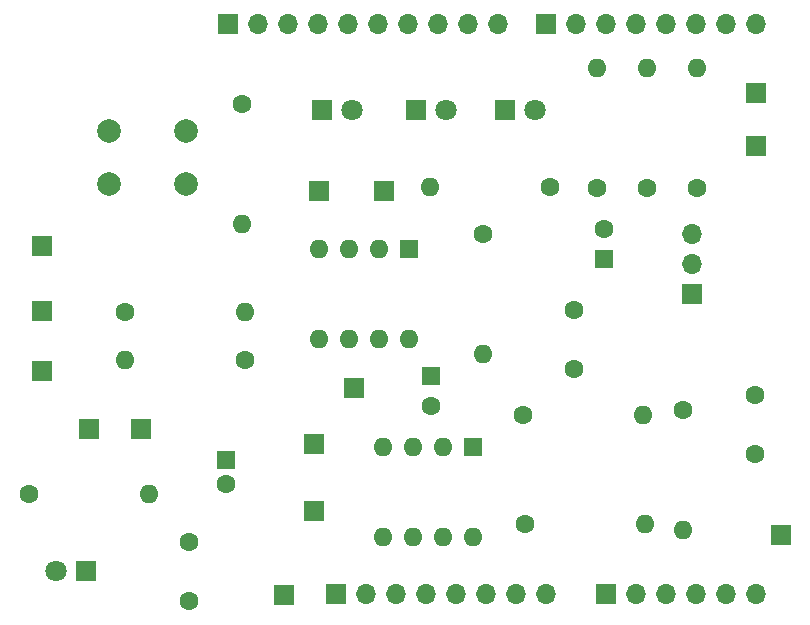
<source format=gbr>
%TF.GenerationSoftware,KiCad,Pcbnew,8.0.1*%
%TF.CreationDate,2024-05-26T13:05:02+02:00*%
%TF.ProjectId,24Ghz_RADAR,32344768-7a5f-4524-9144-41522e6b6963,2.0*%
%TF.SameCoordinates,Original*%
%TF.FileFunction,Soldermask,Top*%
%TF.FilePolarity,Negative*%
%FSLAX46Y46*%
G04 Gerber Fmt 4.6, Leading zero omitted, Abs format (unit mm)*
G04 Created by KiCad (PCBNEW 8.0.1) date 2024-05-26 13:05:02*
%MOMM*%
%LPD*%
G01*
G04 APERTURE LIST*
%ADD10R,1.700000X1.700000*%
%ADD11C,1.600000*%
%ADD12O,1.600000X1.600000*%
%ADD13C,2.000000*%
%ADD14R,1.800000X1.800000*%
%ADD15C,1.800000*%
%ADD16R,1.600000X1.600000*%
%ADD17O,1.700000X1.700000*%
G04 APERTURE END LIST*
D10*
%TO.C,J10*%
X165600000Y-92400000D03*
%TD*%
%TO.C,J8*%
X126100000Y-84750000D03*
%TD*%
D11*
%TO.C,R6*%
X110100000Y-73600000D03*
D12*
X120260000Y-73600000D03*
%TD*%
D13*
%TO.C,SW1*%
X108750000Y-58250000D03*
X115250000Y-58250000D03*
X108750000Y-62750000D03*
X115250000Y-62750000D03*
%TD*%
D11*
%TO.C,R5*%
X143950000Y-91550000D03*
D12*
X154110000Y-91550000D03*
%TD*%
D14*
%TO.C,LED2*%
X134725000Y-56500000D03*
D15*
X137265000Y-56500000D03*
%TD*%
D16*
%TO.C,U2*%
X139500000Y-85000000D03*
D12*
X136960000Y-85000000D03*
X134420000Y-85000000D03*
X131880000Y-85000000D03*
X131880000Y-92620000D03*
X134420000Y-92620000D03*
X136960000Y-92620000D03*
X139500000Y-92620000D03*
%TD*%
D10*
%TO.C,J11*%
X111400000Y-83500000D03*
%TD*%
D16*
%TO.C,C4*%
X136000000Y-79000000D03*
D11*
X136000000Y-81500000D03*
%TD*%
%TO.C,R4*%
X157350000Y-81850000D03*
D12*
X157350000Y-92010000D03*
%TD*%
D11*
%TO.C,R8*%
X158500000Y-63080000D03*
D12*
X158500000Y-52920000D03*
%TD*%
D10*
%TO.C,J17*%
X158100000Y-72000000D03*
D17*
X158100000Y-69460000D03*
X158100000Y-66920000D03*
%TD*%
D10*
%TO.C,J19*%
X126500000Y-63300000D03*
%TD*%
D16*
%TO.C,C6*%
X118600000Y-86094888D03*
D11*
X118600000Y-88094888D03*
%TD*%
D10*
%TO.C,J6*%
X132000000Y-63320000D03*
%TD*%
D11*
%TO.C,R10*%
X150000000Y-63080000D03*
D12*
X150000000Y-52920000D03*
%TD*%
D10*
%TO.C,J13*%
X103000000Y-73500000D03*
%TD*%
%TO.C,J18*%
X163500000Y-55000000D03*
%TD*%
D14*
%TO.C,LED3*%
X126725000Y-56500000D03*
D15*
X129265000Y-56500000D03*
%TD*%
D11*
%TO.C,C3*%
X115500000Y-98000000D03*
X115500000Y-93000000D03*
%TD*%
D10*
%TO.C,J15*%
X103000000Y-78550000D03*
%TD*%
%TO.C,J20*%
X107000000Y-83500000D03*
%TD*%
D11*
%TO.C,R7*%
X120250000Y-77650000D03*
D12*
X110090000Y-77650000D03*
%TD*%
D14*
%TO.C,LED4*%
X106775000Y-95500000D03*
D15*
X104235000Y-95500000D03*
%TD*%
D11*
%TO.C,R2*%
X140400000Y-66950000D03*
D12*
X140400000Y-77110000D03*
%TD*%
D11*
%TO.C,R12*%
X120000000Y-55920000D03*
D12*
X120000000Y-66080000D03*
%TD*%
D10*
%TO.C,J5*%
X163500000Y-59500000D03*
%TD*%
%TO.C,J7*%
X129500000Y-80000000D03*
%TD*%
D11*
%TO.C,R1*%
X146080000Y-63000000D03*
D12*
X135920000Y-63000000D03*
%TD*%
D11*
%TO.C,R3*%
X143800000Y-82300000D03*
D12*
X153960000Y-82300000D03*
%TD*%
D10*
%TO.C,J12*%
X123500000Y-97500000D03*
%TD*%
D11*
%TO.C,R11*%
X101920000Y-89000000D03*
D12*
X112080000Y-89000000D03*
%TD*%
D10*
%TO.C,J14*%
X103000000Y-68000000D03*
%TD*%
D16*
%TO.C,U1*%
X134150000Y-68250000D03*
D12*
X131610000Y-68250000D03*
X129070000Y-68250000D03*
X126530000Y-68250000D03*
X126530000Y-75870000D03*
X129070000Y-75870000D03*
X131610000Y-75870000D03*
X134150000Y-75870000D03*
%TD*%
D14*
%TO.C,LED1*%
X142225000Y-56500000D03*
D15*
X144765000Y-56500000D03*
%TD*%
D10*
%TO.C,J9*%
X126100000Y-90400000D03*
%TD*%
D11*
%TO.C,C2*%
X148050000Y-73350000D03*
X148050000Y-78350000D03*
%TD*%
D16*
%TO.C,C1*%
X150650000Y-69050000D03*
D11*
X150650000Y-66550000D03*
%TD*%
%TO.C,C5*%
X163400000Y-80550000D03*
X163400000Y-85550000D03*
%TD*%
%TO.C,R9*%
X154300000Y-63100000D03*
D12*
X154300000Y-52940000D03*
%TD*%
D10*
%TO.C,J1*%
X127940000Y-97460000D03*
D17*
X130480000Y-97460000D03*
X133020000Y-97460000D03*
X135560000Y-97460000D03*
X138100000Y-97460000D03*
X140640000Y-97460000D03*
X143180000Y-97460000D03*
X145720000Y-97460000D03*
%TD*%
D10*
%TO.C,J3*%
X150800000Y-97460000D03*
D17*
X153340000Y-97460000D03*
X155880000Y-97460000D03*
X158420000Y-97460000D03*
X160960000Y-97460000D03*
X163500000Y-97460000D03*
%TD*%
D10*
%TO.C,J2*%
X118796000Y-49200000D03*
D17*
X121336000Y-49200000D03*
X123876000Y-49200000D03*
X126416000Y-49200000D03*
X128956000Y-49200000D03*
X131496000Y-49200000D03*
X134036000Y-49200000D03*
X136576000Y-49200000D03*
X139116000Y-49200000D03*
X141656000Y-49200000D03*
%TD*%
D10*
%TO.C,J4*%
X145720000Y-49200000D03*
D17*
X148260000Y-49200000D03*
X150800000Y-49200000D03*
X153340000Y-49200000D03*
X155880000Y-49200000D03*
X158420000Y-49200000D03*
X160960000Y-49200000D03*
X163500000Y-49200000D03*
%TD*%
M02*

</source>
